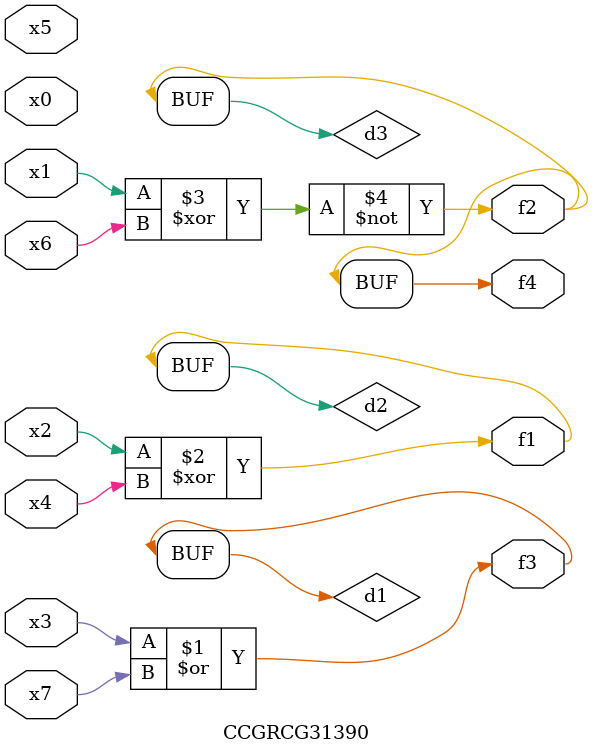
<source format=v>
module CCGRCG31390(
	input x0, x1, x2, x3, x4, x5, x6, x7,
	output f1, f2, f3, f4
);

	wire d1, d2, d3;

	or (d1, x3, x7);
	xor (d2, x2, x4);
	xnor (d3, x1, x6);
	assign f1 = d2;
	assign f2 = d3;
	assign f3 = d1;
	assign f4 = d3;
endmodule

</source>
